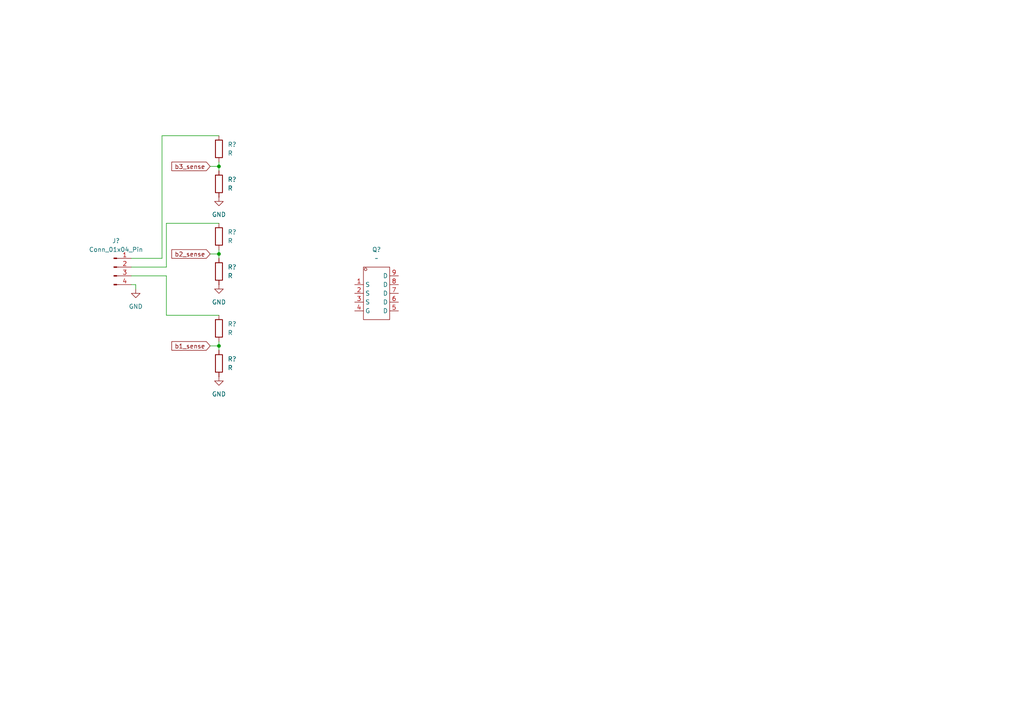
<source format=kicad_sch>
(kicad_sch (version 20250114) (generator "eeschema") (generator_version "9.0")
  (paper "A4")
  (lib_symbols
    (symbol "Connector:Conn_01x04_Pin" (pin_names (offset 1.016) (hide yes))
      (property "Reference" "J" (at 0 5.08 0))
      (property "Value" "Conn_01x04_Pin" (at 0 -7.62 0))
      (symbol "Conn_01x04_Pin_1_1"
        (rectangle (start 0.8636 2.667) (end 0 2.413) (stroke (width 0.1524)) (fill (type outline)))
        (rectangle (start 0.8636 0.127) (end 0 -0.127) (stroke (width 0.1524)) (fill (type outline)))
        (rectangle (start 0.8636 -2.413) (end 0 -2.667) (stroke (width 0.1524)) (fill (type outline)))
        (rectangle (start 0.8636 -4.953) (end 0 -5.207) (stroke (width 0.1524)) (fill (type outline)))
        (polyline (pts (xy 1.27 2.54) (xy 0.8636 2.54)) (stroke (width 0.1524)))
        (polyline (pts (xy 1.27 0) (xy 0.8636 0)) (stroke (width 0.1524)))
        (polyline (pts (xy 1.27 -2.54) (xy 0.8636 -2.54)) (stroke (width 0.1524)))
        (polyline (pts (xy 1.27 -5.08) (xy 0.8636 -5.08)) (stroke (width 0.1524)))
        (pin passive line (at 5.08 2.54 180) (length 3.81) (name "Pin_1") (number "1"))
        (pin passive line (at 5.08 0 180) (length 3.81) (name "Pin_2") (number "2"))
        (pin passive line (at 5.08 -2.54 180) (length 3.81) (name "Pin_3") (number "3"))
        (pin passive line (at 5.08 -5.08 180) (length 3.81) (name "Pin_4") (number "4"))
      )
    )
    (symbol "Device:R" (pin_numbers (hide yes)) (pin_names (offset 0))
      (property "Reference" "R" (at 2.032 0 90))
      (property "Value" "R" (at 0 0 90))
      (symbol "R_0_1"
        (rectangle (start -1.016 -2.54) (end 1.016 2.54) (stroke (width 0.254)))
      )
      (symbol "R_1_1"
        (pin passive line (at 0 3.81 270) (length 1.27) (name "~") (number "1"))
        (pin passive line (at 0 -3.81 90) (length 1.27) (name "~") (number "2"))
      )
    )
    (symbol "power:GND" (power) (pin_numbers (hide yes)) (pin_names (offset 0) (hide yes))
      (property "Value" "GND" (at 0 -3.81 0))
      (symbol "GND_0_1"
        (polyline (pts (xy 0 0) (xy 0 -1.27) (xy 1.27 -1.27) (xy 0 -2.54) (xy -1.27 -1.27) (xy 0 -1.27)))
      )
      (symbol "GND_1_1"
        (pin power_in line (at 0 0 270) (length 0) (name "~") (number "1"))
      )
    )
    (symbol "smart_soldering_iron:AON7410"
      (property "Reference" "Q" (at 0 0 0))
      (symbol "AON7410_1_0"
        (rectangle (start -3.81 -7.62) (end 3.81 7.62))
        (circle (center -3.175 6.985) (radius 0.381))
        (pin unspecified line (at -6.35 2.54 0) (length 2.54) (name "S") (number "1"))
        (pin unspecified line (at -6.35 0 0) (length 2.54) (name "S") (number "2"))
        (pin unspecified line (at -6.35 -2.54 0) (length 2.54) (name "S") (number "3"))
        (pin unspecified line (at -6.35 -5.08 0) (length 2.54) (name "G") (number "4"))
        (pin unspecified line (at 6.35 5.08 180) (length 2.54) (name "D") (number "9"))
        (pin unspecified line (at 6.35 2.54 180) (length 2.54) (name "D") (number "8"))
        (pin unspecified line (at 6.35 0 180) (length 2.54) (name "D") (number "7"))
        (pin unspecified line (at 6.35 -2.54 180) (length 2.54) (name "D") (number "6"))
        (pin unspecified line (at 6.35 -5.08 180) (length 2.54) (name "D") (number "5"))
      )
    )
  )
  (junction (at 63.5 73.66))
  (junction (at 63.5 48.26))
  (junction (at 63.5 100.33))
  (wire (pts (xy 63.5 64.77) (xy 48.26 64.77)))
  (wire (pts (xy 63.5 39.37) (xy 46.99 39.37)))
  (wire (pts (xy 63.5 73.66) (xy 63.5 74.93)))
  (wire (pts (xy 48.26 77.47) (xy 38.1 77.47)))
  (wire (pts (xy 38.1 82.55) (xy 39.37 82.55)))
  (wire (pts (xy 63.5 48.26) (xy 63.5 49.53)))
  (wire (pts (xy 63.5 91.44) (xy 48.26 91.44)))
  (wire (pts (xy 46.99 74.93) (xy 38.1 74.93)))
  (wire (pts (xy 60.96 73.66) (xy 63.5 73.66)))
  (wire (pts (xy 60.96 48.26) (xy 63.5 48.26)))
  (wire (pts (xy 60.96 100.33) (xy 63.5 100.33)))
  (wire (pts (xy 63.5 72.39) (xy 63.5 73.66)))
  (wire (pts (xy 63.5 100.33) (xy 63.5 101.6)))
  (wire (pts (xy 46.99 39.37) (xy 46.99 74.93)))
  (wire (pts (xy 48.26 80.01) (xy 38.1 80.01)))
  (wire (pts (xy 48.26 91.44) (xy 48.26 80.01)))
  (wire (pts (xy 63.5 99.06) (xy 63.5 100.33)))
  (wire (pts (xy 39.37 82.55) (xy 39.37 83.82)))
  (wire (pts (xy 63.5 46.99) (xy 63.5 48.26)))
  (wire (pts (xy 48.26 64.77) (xy 48.26 77.47)))
  (global_label "b1_sense" (shape input) (at 60.96 100.33 180) (property "Intersheetrefs" "${INTERSHEET_REFS}" (effects (hide yes))))
  (global_label "b3_sense" (shape input) (at 60.96 48.26 180) (property "Intersheetrefs" "${INTERSHEET_REFS}" (effects (hide yes))))
  (global_label "b2_sense" (shape input) (at 60.96 73.66 180) (property "Intersheetrefs" "${INTERSHEET_REFS}" (effects (hide yes))))
  (symbol (lib_id "Device:R") (at 63.5 43.18 0) (unit 1)
    (property "Reference" "R?" (at 66.04 41.9099 0) (effects (justify left)))
    (property "Value" "R" (at 66.04 44.4499 0) (effects (justify left)))
    (property "Description" "Resistor" (effects (hide yes)))
  )
  (symbol (lib_id "smart_soldering_iron:AON7410") (at 109.22 85.09 0) (unit 1)
    (property "Reference" "Q?" (at 109.22 72.39 0))
    (property "Value" "~" (at 109.22 74.93 0))
    (property "Footprint" "ProLib_pcs_2025-10-03:DFN-8_L3.0-W3.0-P0.65-BL" (effects (hide yes)))
    (property "Datasheet" "https://item.szlcsc.com/datasheet/AON7410/258729.html" (effects (hide yes)))
    (property "Description" "Number:- Drain to Source Voltage:30V Current - Continuous Drain(Id):50A RDS(on):20mΩ@10V Pd - Power Dissipation:- Gate Threshold Voltage (Vgs(th)):2.5V@250uA Gate Charge(Qg):12nC@10V Input Capacitance(Ciss):660pF Reverse Transfer Capacitance (Crss@Vds):77" (effects (hide yes)))
    (property "Manufacturer Part" "AON7410" (effects (hide yes)))
    (property "Manufacturer" "AOS" (effects (hide yes)))
    (property "Supplier Part" "C269266" (effects (hide yes)))
    (property "Supplier" "LCSC" (effects (hide yes)))
    (property "LCSC Part Name" "1个N沟道 耐压:30V 电流:24A" (effects (hide yes)))
  )
  (symbol (lib_id "power:GND") (at 63.5 57.15 0) (unit 1)
    (property "Reference" "#PWR054" (effects (hide yes)))
    (property "Value" "GND" (at 63.5 62.23 0))
    (property "Description" "Power symbol creates a global label with name \"GND\" , ground" (effects (hide yes)))
  )
  (symbol (lib_id "Device:R") (at 63.5 68.58 0) (unit 1)
    (property "Reference" "R?" (at 66.04 67.3099 0) (effects (justify left)))
    (property "Value" "R" (at 66.04 69.8499 0) (effects (justify left)))
    (property "Description" "Resistor" (effects (hide yes)))
  )
  (symbol (lib_id "Connector:Conn_01x04_Pin") (at 33.02 77.47 0) (unit 1)
    (property "Reference" "J?" (at 33.655 69.85 0))
    (property "Value" "Conn_01x04_Pin" (at 33.655 72.39 0))
    (property "Description" "Generic connector, single row, 01x04, script generated" (effects (hide yes)))
  )
  (symbol (lib_id "power:GND") (at 39.37 83.82 0) (unit 1)
    (property "Reference" "#PWR056" (effects (hide yes)))
    (property "Value" "GND" (at 39.37 88.9 0))
    (property "Description" "Power symbol creates a global label with name \"GND\" , ground" (effects (hide yes)))
  )
  (symbol (lib_id "Device:R") (at 63.5 95.25 0) (unit 1)
    (property "Reference" "R?" (at 66.04 93.9799 0) (effects (justify left)))
    (property "Value" "R" (at 66.04 96.5199 0) (effects (justify left)))
    (property "Description" "Resistor" (effects (hide yes)))
  )
  (symbol (lib_id "Device:R") (at 63.5 53.34 0) (unit 1)
    (property "Reference" "R?" (at 66.04 52.0699 0) (effects (justify left)))
    (property "Value" "R" (at 66.04 54.6099 0) (effects (justify left)))
    (property "Description" "Resistor" (effects (hide yes)))
  )
  (symbol (lib_id "power:GND") (at 63.5 109.22 0) (unit 1)
    (property "Reference" "#PWR055" (effects (hide yes)))
    (property "Value" "GND" (at 63.5 114.3 0))
    (property "Description" "Power symbol creates a global label with name \"GND\" , ground" (effects (hide yes)))
  )
  (symbol (lib_id "Device:R") (at 63.5 78.74 0) (unit 1)
    (property "Reference" "R?" (at 66.04 77.4699 0) (effects (justify left)))
    (property "Value" "R" (at 66.04 80.0099 0) (effects (justify left)))
    (property "Description" "Resistor" (effects (hide yes)))
  )
  (symbol (lib_id "power:GND") (at 63.5 82.55 0) (unit 1)
    (property "Reference" "#PWR053" (effects (hide yes)))
    (property "Value" "GND" (at 63.5 87.63 0))
    (property "Description" "Power symbol creates a global label with name \"GND\" , ground" (effects (hide yes)))
  )
  (symbol (lib_id "Device:R") (at 63.5 105.41 0) (unit 1)
    (property "Reference" "R?" (at 66.04 104.1399 0) (effects (justify left)))
    (property "Value" "R" (at 66.04 106.6799 0) (effects (justify left)))
    (property "Description" "Resistor" (effects (hide yes)))
  )
)
</source>
